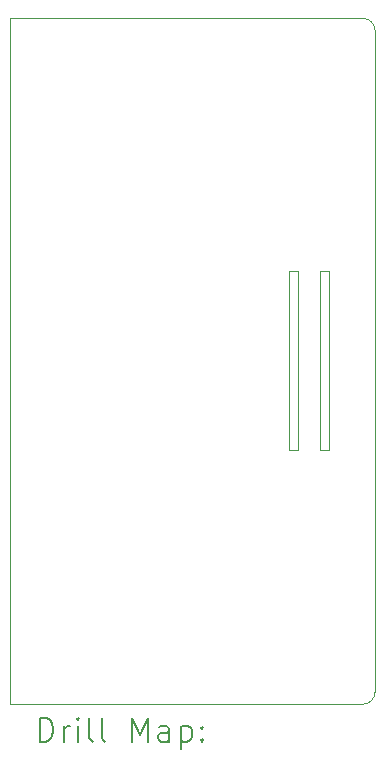
<source format=gbr>
%TF.GenerationSoftware,KiCad,Pcbnew,7.0.8*%
%TF.CreationDate,2023-12-01T23:48:12-08:00*%
%TF.ProjectId,COMiX-Edge-Adapter-Slim,434f4d69-582d-4456-9467-652d41646170,rev?*%
%TF.SameCoordinates,Original*%
%TF.FileFunction,Drillmap*%
%TF.FilePolarity,Positive*%
%FSLAX45Y45*%
G04 Gerber Fmt 4.5, Leading zero omitted, Abs format (unit mm)*
G04 Created by KiCad (PCBNEW 7.0.8) date 2023-12-01 23:48:12*
%MOMM*%
%LPD*%
G01*
G04 APERTURE LIST*
%ADD10C,0.100000*%
%ADD11C,0.200000*%
G04 APERTURE END LIST*
D10*
X22679660Y-12536170D02*
X22679660Y-11014710D01*
X22598380Y-11014710D02*
X22679660Y-11014710D01*
X22598380Y-12536170D02*
X22679660Y-12536170D01*
X22598380Y-11014710D02*
X22598380Y-12536170D01*
X22860000Y-11014710D02*
X22941280Y-11014710D01*
X22941280Y-12536170D02*
X22941280Y-11014710D01*
X22860000Y-12536170D02*
X22941280Y-12536170D01*
X22860000Y-11014710D02*
X22860000Y-12536170D01*
X23327649Y-14585180D02*
X23327360Y-8978900D01*
X20236180Y-14686280D02*
X23227649Y-14685180D01*
X23227649Y-14685179D02*
G75*
G03*
X23327649Y-14585180I1J99999D01*
G01*
X23327360Y-8978900D02*
G75*
G03*
X23227360Y-8878900I-100000J0D01*
G01*
X20236180Y-8879840D02*
X23227360Y-8878900D01*
X20236180Y-8879840D02*
X20236180Y-14686280D01*
D11*
X20491957Y-15002764D02*
X20491957Y-14802764D01*
X20491957Y-14802764D02*
X20539576Y-14802764D01*
X20539576Y-14802764D02*
X20568147Y-14812288D01*
X20568147Y-14812288D02*
X20587195Y-14831335D01*
X20587195Y-14831335D02*
X20596719Y-14850383D01*
X20596719Y-14850383D02*
X20606243Y-14888478D01*
X20606243Y-14888478D02*
X20606243Y-14917049D01*
X20606243Y-14917049D02*
X20596719Y-14955145D01*
X20596719Y-14955145D02*
X20587195Y-14974192D01*
X20587195Y-14974192D02*
X20568147Y-14993240D01*
X20568147Y-14993240D02*
X20539576Y-15002764D01*
X20539576Y-15002764D02*
X20491957Y-15002764D01*
X20691957Y-15002764D02*
X20691957Y-14869430D01*
X20691957Y-14907526D02*
X20701481Y-14888478D01*
X20701481Y-14888478D02*
X20711004Y-14878954D01*
X20711004Y-14878954D02*
X20730052Y-14869430D01*
X20730052Y-14869430D02*
X20749100Y-14869430D01*
X20815766Y-15002764D02*
X20815766Y-14869430D01*
X20815766Y-14802764D02*
X20806243Y-14812288D01*
X20806243Y-14812288D02*
X20815766Y-14821811D01*
X20815766Y-14821811D02*
X20825290Y-14812288D01*
X20825290Y-14812288D02*
X20815766Y-14802764D01*
X20815766Y-14802764D02*
X20815766Y-14821811D01*
X20939576Y-15002764D02*
X20920528Y-14993240D01*
X20920528Y-14993240D02*
X20911004Y-14974192D01*
X20911004Y-14974192D02*
X20911004Y-14802764D01*
X21044338Y-15002764D02*
X21025290Y-14993240D01*
X21025290Y-14993240D02*
X21015766Y-14974192D01*
X21015766Y-14974192D02*
X21015766Y-14802764D01*
X21272909Y-15002764D02*
X21272909Y-14802764D01*
X21272909Y-14802764D02*
X21339576Y-14945621D01*
X21339576Y-14945621D02*
X21406243Y-14802764D01*
X21406243Y-14802764D02*
X21406243Y-15002764D01*
X21587195Y-15002764D02*
X21587195Y-14898002D01*
X21587195Y-14898002D02*
X21577671Y-14878954D01*
X21577671Y-14878954D02*
X21558624Y-14869430D01*
X21558624Y-14869430D02*
X21520528Y-14869430D01*
X21520528Y-14869430D02*
X21501481Y-14878954D01*
X21587195Y-14993240D02*
X21568147Y-15002764D01*
X21568147Y-15002764D02*
X21520528Y-15002764D01*
X21520528Y-15002764D02*
X21501481Y-14993240D01*
X21501481Y-14993240D02*
X21491957Y-14974192D01*
X21491957Y-14974192D02*
X21491957Y-14955145D01*
X21491957Y-14955145D02*
X21501481Y-14936097D01*
X21501481Y-14936097D02*
X21520528Y-14926573D01*
X21520528Y-14926573D02*
X21568147Y-14926573D01*
X21568147Y-14926573D02*
X21587195Y-14917049D01*
X21682433Y-14869430D02*
X21682433Y-15069430D01*
X21682433Y-14878954D02*
X21701481Y-14869430D01*
X21701481Y-14869430D02*
X21739576Y-14869430D01*
X21739576Y-14869430D02*
X21758624Y-14878954D01*
X21758624Y-14878954D02*
X21768147Y-14888478D01*
X21768147Y-14888478D02*
X21777671Y-14907526D01*
X21777671Y-14907526D02*
X21777671Y-14964668D01*
X21777671Y-14964668D02*
X21768147Y-14983716D01*
X21768147Y-14983716D02*
X21758624Y-14993240D01*
X21758624Y-14993240D02*
X21739576Y-15002764D01*
X21739576Y-15002764D02*
X21701481Y-15002764D01*
X21701481Y-15002764D02*
X21682433Y-14993240D01*
X21863385Y-14983716D02*
X21872909Y-14993240D01*
X21872909Y-14993240D02*
X21863385Y-15002764D01*
X21863385Y-15002764D02*
X21853862Y-14993240D01*
X21853862Y-14993240D02*
X21863385Y-14983716D01*
X21863385Y-14983716D02*
X21863385Y-15002764D01*
X21863385Y-14878954D02*
X21872909Y-14888478D01*
X21872909Y-14888478D02*
X21863385Y-14898002D01*
X21863385Y-14898002D02*
X21853862Y-14888478D01*
X21853862Y-14888478D02*
X21863385Y-14878954D01*
X21863385Y-14878954D02*
X21863385Y-14898002D01*
M02*

</source>
